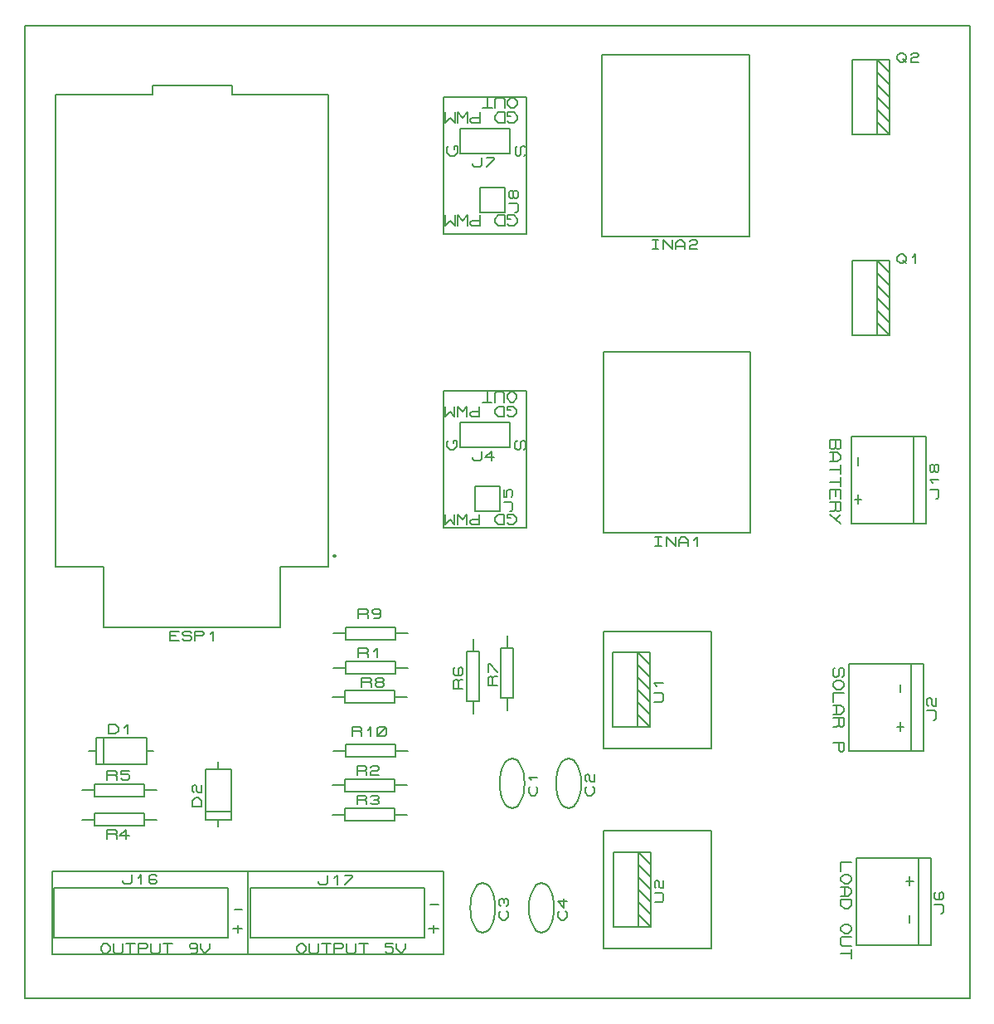
<source format=gbr>
G04 PROTEUS GERBER X2 FILE*
%TF.GenerationSoftware,Labcenter,Proteus,8.9-SP0-Build27865*%
%TF.CreationDate,2023-09-22T01:56:32+00:00*%
%TF.FileFunction,Legend,Top*%
%TF.FilePolarity,Positive*%
%TF.Part,Single*%
%TF.SameCoordinates,{f1bbcda0-0957-4744-b51b-1f7c2430d0f4}*%
%FSLAX45Y45*%
%MOMM*%
G01*
%TA.AperFunction,Material*%
%ADD71C,0.203200*%
%ADD20C,0.200000*%
%ADD21C,0.127000*%
%TA.AperFunction,Profile*%
%ADD70C,0.203200*%
%TD.AperFunction*%
D71*
X-10148652Y-7005348D02*
X-8370652Y-7005348D01*
X-8370652Y-6497348D01*
X-10148652Y-6497348D01*
X-10148652Y-7005348D01*
X-9450152Y-6426228D02*
X-9450152Y-6441468D01*
X-9434277Y-6456708D01*
X-9370777Y-6456708D01*
X-9354902Y-6441468D01*
X-9354902Y-6365268D01*
X-9291402Y-6395748D02*
X-9259652Y-6365268D01*
X-9259652Y-6456708D01*
X-9100902Y-6380508D02*
X-9116777Y-6365268D01*
X-9164402Y-6365268D01*
X-9180277Y-6380508D01*
X-9180277Y-6441468D01*
X-9164402Y-6456708D01*
X-9116777Y-6456708D01*
X-9100902Y-6441468D01*
X-9100902Y-6426228D01*
X-9116777Y-6410988D01*
X-9180277Y-6410988D01*
X-9671652Y-7099468D02*
X-9639902Y-7063908D01*
X-9608152Y-7063908D01*
X-9576402Y-7099468D01*
X-9576402Y-7135028D01*
X-9608152Y-7170588D01*
X-9639902Y-7170588D01*
X-9671652Y-7135028D01*
X-9671652Y-7099468D01*
X-9544652Y-7063908D02*
X-9544652Y-7152808D01*
X-9528777Y-7170588D01*
X-9465277Y-7170588D01*
X-9449402Y-7152808D01*
X-9449402Y-7063908D01*
X-9417652Y-7063908D02*
X-9322402Y-7063908D01*
X-9370027Y-7063908D02*
X-9370027Y-7170588D01*
X-9290652Y-7170588D02*
X-9290652Y-7063908D01*
X-9211277Y-7063908D01*
X-9195402Y-7081688D01*
X-9195402Y-7099468D01*
X-9211277Y-7117248D01*
X-9290652Y-7117248D01*
X-9163652Y-7063908D02*
X-9163652Y-7152808D01*
X-9147777Y-7170588D01*
X-9084277Y-7170588D01*
X-9068402Y-7152808D01*
X-9068402Y-7063908D01*
X-9036652Y-7063908D02*
X-8941402Y-7063908D01*
X-8989027Y-7063908D02*
X-8989027Y-7170588D01*
X-8687402Y-7099468D02*
X-8703277Y-7117248D01*
X-8750902Y-7117248D01*
X-8766777Y-7099468D01*
X-8766777Y-7081688D01*
X-8750902Y-7063908D01*
X-8703277Y-7063908D01*
X-8687402Y-7081688D01*
X-8687402Y-7152808D01*
X-8703277Y-7170588D01*
X-8750902Y-7170588D01*
X-8655652Y-7063908D02*
X-8655652Y-7117248D01*
X-8608027Y-7170588D01*
X-8560402Y-7117248D01*
X-8560402Y-7063908D01*
X-8321652Y-6917248D02*
X-8226402Y-6917248D01*
X-8274027Y-6881688D02*
X-8274027Y-6952808D01*
X-8305777Y-6717248D02*
X-8226402Y-6717248D01*
X-10171652Y-7178348D02*
X-8171652Y-7178348D01*
X-8171652Y-6328348D01*
X-10171652Y-6328348D01*
X-10171652Y-7178348D01*
X-7671652Y-7099468D02*
X-7639902Y-7063908D01*
X-7608152Y-7063908D01*
X-7576402Y-7099468D01*
X-7576402Y-7135028D01*
X-7608152Y-7170588D01*
X-7639902Y-7170588D01*
X-7671652Y-7135028D01*
X-7671652Y-7099468D01*
X-7544652Y-7063908D02*
X-7544652Y-7152808D01*
X-7528777Y-7170588D01*
X-7465277Y-7170588D01*
X-7449402Y-7152808D01*
X-7449402Y-7063908D01*
X-7417652Y-7063908D02*
X-7322402Y-7063908D01*
X-7370027Y-7063908D02*
X-7370027Y-7170588D01*
X-7290652Y-7170588D02*
X-7290652Y-7063908D01*
X-7211277Y-7063908D01*
X-7195402Y-7081688D01*
X-7195402Y-7099468D01*
X-7211277Y-7117248D01*
X-7290652Y-7117248D01*
X-7163652Y-7063908D02*
X-7163652Y-7152808D01*
X-7147777Y-7170588D01*
X-7084277Y-7170588D01*
X-7068402Y-7152808D01*
X-7068402Y-7063908D01*
X-7036652Y-7063908D02*
X-6941402Y-7063908D01*
X-6989027Y-7063908D02*
X-6989027Y-7170588D01*
X-6687402Y-7063908D02*
X-6766777Y-7063908D01*
X-6766777Y-7099468D01*
X-6703277Y-7099468D01*
X-6687402Y-7117248D01*
X-6687402Y-7152808D01*
X-6703277Y-7170588D01*
X-6750902Y-7170588D01*
X-6766777Y-7152808D01*
X-6655652Y-7063908D02*
X-6655652Y-7117248D01*
X-6608027Y-7170588D01*
X-6560402Y-7117248D01*
X-6560402Y-7063908D01*
X-6321652Y-6917248D02*
X-6226402Y-6917248D01*
X-6274027Y-6881688D02*
X-6274027Y-6952808D01*
X-6305777Y-6667248D02*
X-6226402Y-6667248D01*
X-8171652Y-7178348D02*
X-6171652Y-7178348D01*
X-6171652Y-6328348D01*
X-8171652Y-6328348D01*
X-8171652Y-7178348D01*
X-8148652Y-7009348D02*
X-6370652Y-7009348D01*
X-6370652Y-6501348D01*
X-8148652Y-6501348D01*
X-8148652Y-7009348D01*
X-7450152Y-6430228D02*
X-7450152Y-6445468D01*
X-7434277Y-6460708D01*
X-7370777Y-6460708D01*
X-7354902Y-6445468D01*
X-7354902Y-6369268D01*
X-7291402Y-6399748D02*
X-7259652Y-6369268D01*
X-7259652Y-6460708D01*
X-7180277Y-6369268D02*
X-7100902Y-6369268D01*
X-7100902Y-6384508D01*
X-7180277Y-6460708D01*
X-7294652Y-4251348D02*
X-7167652Y-4251348D01*
X-7167652Y-4314848D02*
X-6659652Y-4314848D01*
X-6659652Y-4187848D01*
X-7167652Y-4187848D01*
X-7167652Y-4314848D01*
X-6659652Y-4251348D02*
X-6532652Y-4251348D01*
X-7040652Y-4147208D02*
X-7040652Y-4055768D01*
X-6961277Y-4055768D01*
X-6945402Y-4071008D01*
X-6945402Y-4086248D01*
X-6961277Y-4101488D01*
X-7040652Y-4101488D01*
X-6961277Y-4101488D02*
X-6945402Y-4116728D01*
X-6945402Y-4147208D01*
X-6881902Y-4086248D02*
X-6850152Y-4055768D01*
X-6850152Y-4147208D01*
X-7310652Y-5451348D02*
X-7183652Y-5451348D01*
X-7183652Y-5514848D02*
X-6675652Y-5514848D01*
X-6675652Y-5387848D01*
X-7183652Y-5387848D01*
X-7183652Y-5514848D01*
X-6675652Y-5451348D02*
X-6548652Y-5451348D01*
X-7056652Y-5347208D02*
X-7056652Y-5255768D01*
X-6977277Y-5255768D01*
X-6961402Y-5271008D01*
X-6961402Y-5286248D01*
X-6977277Y-5301488D01*
X-7056652Y-5301488D01*
X-6977277Y-5301488D02*
X-6961402Y-5316728D01*
X-6961402Y-5347208D01*
X-6913777Y-5271008D02*
X-6897902Y-5255768D01*
X-6850277Y-5255768D01*
X-6834402Y-5271008D01*
X-6834402Y-5286248D01*
X-6850277Y-5301488D01*
X-6897902Y-5301488D01*
X-6913777Y-5316728D01*
X-6913777Y-5347208D01*
X-6834402Y-5347208D01*
X-6548652Y-5751348D02*
X-6675652Y-5751348D01*
X-7183652Y-5814848D02*
X-6675652Y-5814848D01*
X-6675652Y-5687848D01*
X-7183652Y-5687848D01*
X-7183652Y-5814848D01*
X-7183652Y-5751348D02*
X-7310652Y-5751348D01*
X-7056652Y-5646928D02*
X-7056652Y-5555488D01*
X-6977277Y-5555488D01*
X-6961402Y-5570728D01*
X-6961402Y-5585968D01*
X-6977277Y-5601208D01*
X-7056652Y-5601208D01*
X-6977277Y-5601208D02*
X-6961402Y-5616448D01*
X-6961402Y-5646928D01*
X-6913777Y-5570728D02*
X-6897902Y-5555488D01*
X-6850277Y-5555488D01*
X-6834402Y-5570728D01*
X-6834402Y-5585968D01*
X-6850277Y-5601208D01*
X-6834402Y-5616448D01*
X-6834402Y-5631688D01*
X-6850277Y-5646928D01*
X-6897902Y-5646928D01*
X-6913777Y-5631688D01*
X-6882027Y-5601208D02*
X-6850277Y-5601208D01*
X-9098652Y-5801348D02*
X-9225652Y-5801348D01*
X-9733652Y-5864848D02*
X-9225652Y-5864848D01*
X-9225652Y-5737848D01*
X-9733652Y-5737848D01*
X-9733652Y-5864848D01*
X-9733652Y-5801348D02*
X-9860652Y-5801348D01*
X-9606652Y-5996928D02*
X-9606652Y-5905488D01*
X-9527277Y-5905488D01*
X-9511402Y-5920728D01*
X-9511402Y-5935968D01*
X-9527277Y-5951208D01*
X-9606652Y-5951208D01*
X-9527277Y-5951208D02*
X-9511402Y-5966448D01*
X-9511402Y-5996928D01*
X-9384402Y-5966448D02*
X-9479652Y-5966448D01*
X-9416152Y-5905488D01*
X-9416152Y-5996928D01*
X-9860652Y-5501348D02*
X-9733652Y-5501348D01*
X-9733652Y-5564848D02*
X-9225652Y-5564848D01*
X-9225652Y-5437848D01*
X-9733652Y-5437848D01*
X-9733652Y-5564848D01*
X-9225652Y-5501348D02*
X-9098652Y-5501348D01*
X-9606652Y-5397208D02*
X-9606652Y-5305768D01*
X-9527277Y-5305768D01*
X-9511402Y-5321008D01*
X-9511402Y-5336248D01*
X-9527277Y-5351488D01*
X-9606652Y-5351488D01*
X-9527277Y-5351488D02*
X-9511402Y-5366728D01*
X-9511402Y-5397208D01*
X-9384402Y-5305768D02*
X-9463777Y-5305768D01*
X-9463777Y-5336248D01*
X-9400277Y-5336248D01*
X-9384402Y-5351488D01*
X-9384402Y-5381968D01*
X-9400277Y-5397208D01*
X-9447902Y-5397208D01*
X-9463777Y-5381968D01*
X-5871652Y-4724348D02*
X-5871652Y-4597348D01*
X-5935152Y-4597348D02*
X-5808152Y-4597348D01*
X-5808152Y-4089348D01*
X-5935152Y-4089348D01*
X-5935152Y-4597348D01*
X-5871652Y-4089348D02*
X-5871652Y-3962348D01*
X-5975792Y-4470348D02*
X-6067232Y-4470348D01*
X-6067232Y-4390973D01*
X-6051992Y-4375098D01*
X-6036752Y-4375098D01*
X-6021512Y-4390973D01*
X-6021512Y-4470348D01*
X-6021512Y-4390973D02*
X-6006272Y-4375098D01*
X-5975792Y-4375098D01*
X-6051992Y-4248098D02*
X-6067232Y-4263973D01*
X-6067232Y-4311598D01*
X-6051992Y-4327473D01*
X-5991032Y-4327473D01*
X-5975792Y-4311598D01*
X-5975792Y-4263973D01*
X-5991032Y-4248098D01*
X-6006272Y-4248098D01*
X-6021512Y-4263973D01*
X-6021512Y-4327473D01*
X-5521652Y-4690348D02*
X-5521652Y-4563348D01*
X-5585152Y-4563348D02*
X-5458152Y-4563348D01*
X-5458152Y-4055348D01*
X-5585152Y-4055348D01*
X-5585152Y-4563348D01*
X-5521652Y-4055348D02*
X-5521652Y-3928348D01*
X-5625792Y-4436348D02*
X-5717232Y-4436348D01*
X-5717232Y-4356973D01*
X-5701992Y-4341098D01*
X-5686752Y-4341098D01*
X-5671512Y-4356973D01*
X-5671512Y-4436348D01*
X-5671512Y-4356973D02*
X-5656272Y-4341098D01*
X-5625792Y-4341098D01*
X-5717232Y-4293473D02*
X-5717232Y-4214098D01*
X-5701992Y-4214098D01*
X-5625792Y-4293473D01*
X-6548652Y-4551348D02*
X-6675652Y-4551348D01*
X-7183652Y-4614848D02*
X-6675652Y-4614848D01*
X-6675652Y-4487848D01*
X-7183652Y-4487848D01*
X-7183652Y-4614848D01*
X-7183652Y-4551348D02*
X-7310652Y-4551348D01*
X-7006652Y-4446928D02*
X-7006652Y-4355488D01*
X-6927277Y-4355488D01*
X-6911402Y-4370728D01*
X-6911402Y-4385968D01*
X-6927277Y-4401208D01*
X-7006652Y-4401208D01*
X-6927277Y-4401208D02*
X-6911402Y-4416448D01*
X-6911402Y-4446928D01*
X-6847902Y-4401208D02*
X-6863777Y-4385968D01*
X-6863777Y-4370728D01*
X-6847902Y-4355488D01*
X-6800277Y-4355488D01*
X-6784402Y-4370728D01*
X-6784402Y-4385968D01*
X-6800277Y-4401208D01*
X-6847902Y-4401208D01*
X-6863777Y-4416448D01*
X-6863777Y-4431688D01*
X-6847902Y-4446928D01*
X-6800277Y-4446928D01*
X-6784402Y-4431688D01*
X-6784402Y-4416448D01*
X-6800277Y-4401208D01*
X-6532652Y-3901348D02*
X-6659652Y-3901348D01*
X-7167652Y-3964848D02*
X-6659652Y-3964848D01*
X-6659652Y-3837848D01*
X-7167652Y-3837848D01*
X-7167652Y-3964848D01*
X-7167652Y-3901348D02*
X-7294652Y-3901348D01*
X-7040652Y-3746928D02*
X-7040652Y-3655488D01*
X-6961277Y-3655488D01*
X-6945402Y-3670728D01*
X-6945402Y-3685968D01*
X-6961277Y-3701208D01*
X-7040652Y-3701208D01*
X-6961277Y-3701208D02*
X-6945402Y-3716448D01*
X-6945402Y-3746928D01*
X-6818402Y-3685968D02*
X-6834277Y-3701208D01*
X-6881902Y-3701208D01*
X-6897777Y-3685968D01*
X-6897777Y-3670728D01*
X-6881902Y-3655488D01*
X-6834277Y-3655488D01*
X-6818402Y-3670728D01*
X-6818402Y-3731688D01*
X-6834277Y-3746928D01*
X-6881902Y-3746928D01*
X-5471652Y-5178348D02*
X-5445776Y-5183428D01*
X-5421804Y-5198033D01*
X-5400214Y-5221210D01*
X-5381482Y-5252008D01*
X-5366083Y-5289473D01*
X-5354494Y-5332653D01*
X-5347192Y-5380596D01*
X-5344652Y-5432348D01*
X-5471652Y-5686348D02*
X-5445776Y-5681268D01*
X-5421804Y-5666663D01*
X-5400214Y-5643486D01*
X-5381482Y-5612688D01*
X-5366083Y-5575223D01*
X-5354494Y-5532043D01*
X-5347192Y-5484100D01*
X-5344652Y-5432348D01*
X-5471652Y-5178348D02*
X-5497528Y-5183428D01*
X-5521500Y-5198033D01*
X-5543090Y-5221210D01*
X-5561822Y-5252008D01*
X-5577221Y-5289473D01*
X-5588810Y-5332653D01*
X-5596112Y-5380596D01*
X-5598652Y-5432348D01*
X-5471652Y-5686348D02*
X-5497528Y-5681268D01*
X-5521500Y-5666663D01*
X-5543090Y-5643486D01*
X-5561822Y-5612688D01*
X-5577221Y-5575223D01*
X-5588810Y-5532043D01*
X-5596112Y-5484100D01*
X-5598652Y-5432348D01*
X-5227812Y-5464098D02*
X-5212572Y-5479973D01*
X-5212572Y-5527598D01*
X-5243052Y-5559348D01*
X-5273532Y-5559348D01*
X-5304012Y-5527598D01*
X-5304012Y-5479973D01*
X-5288772Y-5464098D01*
X-5273532Y-5400598D02*
X-5304012Y-5368848D01*
X-5212572Y-5368848D01*
X-4894652Y-5178348D02*
X-4868776Y-5183428D01*
X-4844804Y-5198033D01*
X-4823214Y-5221210D01*
X-4804482Y-5252008D01*
X-4789083Y-5289473D01*
X-4777494Y-5332653D01*
X-4770192Y-5380596D01*
X-4767652Y-5432348D01*
X-4894652Y-5686348D02*
X-4868776Y-5681268D01*
X-4844804Y-5666663D01*
X-4823214Y-5643486D01*
X-4804482Y-5612688D01*
X-4789083Y-5575223D01*
X-4777494Y-5532043D01*
X-4770192Y-5484100D01*
X-4767652Y-5432348D01*
X-4894652Y-5178348D02*
X-4920528Y-5183428D01*
X-4944500Y-5198033D01*
X-4966090Y-5221210D01*
X-4984822Y-5252008D01*
X-5000221Y-5289473D01*
X-5011810Y-5332653D01*
X-5019112Y-5380596D01*
X-5021652Y-5432348D01*
X-4894652Y-5686348D02*
X-4920528Y-5681268D01*
X-4944500Y-5666663D01*
X-4966090Y-5643486D01*
X-4984822Y-5612688D01*
X-5000221Y-5575223D01*
X-5011810Y-5532043D01*
X-5019112Y-5484100D01*
X-5021652Y-5432348D01*
X-4650812Y-5464098D02*
X-4635572Y-5479973D01*
X-4635572Y-5527598D01*
X-4666052Y-5559348D01*
X-4696532Y-5559348D01*
X-4727012Y-5527598D01*
X-4727012Y-5479973D01*
X-4711772Y-5464098D01*
X-4711772Y-5416473D02*
X-4727012Y-5400598D01*
X-4727012Y-5352973D01*
X-4711772Y-5337098D01*
X-4696532Y-5337098D01*
X-4681292Y-5352973D01*
X-4681292Y-5400598D01*
X-4666052Y-5416473D01*
X-4635572Y-5416473D01*
X-4635572Y-5337098D01*
X-5771652Y-6447348D02*
X-5745776Y-6452428D01*
X-5721804Y-6467033D01*
X-5700214Y-6490210D01*
X-5681482Y-6521008D01*
X-5666083Y-6558473D01*
X-5654494Y-6601653D01*
X-5647192Y-6649596D01*
X-5644652Y-6701348D01*
X-5771652Y-6955348D02*
X-5745776Y-6950268D01*
X-5721804Y-6935663D01*
X-5700214Y-6912486D01*
X-5681482Y-6881688D01*
X-5666083Y-6844223D01*
X-5654494Y-6801043D01*
X-5647192Y-6753100D01*
X-5644652Y-6701348D01*
X-5771652Y-6447348D02*
X-5797528Y-6452428D01*
X-5821500Y-6467033D01*
X-5843090Y-6490210D01*
X-5861822Y-6521008D01*
X-5877221Y-6558473D01*
X-5888810Y-6601653D01*
X-5896112Y-6649596D01*
X-5898652Y-6701348D01*
X-5771652Y-6955348D02*
X-5797528Y-6950268D01*
X-5821500Y-6935663D01*
X-5843090Y-6912486D01*
X-5861822Y-6881688D01*
X-5877221Y-6844223D01*
X-5888810Y-6801043D01*
X-5896112Y-6753100D01*
X-5898652Y-6701348D01*
X-5527812Y-6733098D02*
X-5512572Y-6748973D01*
X-5512572Y-6796598D01*
X-5543052Y-6828348D01*
X-5573532Y-6828348D01*
X-5604012Y-6796598D01*
X-5604012Y-6748973D01*
X-5588772Y-6733098D01*
X-5588772Y-6685473D02*
X-5604012Y-6669598D01*
X-5604012Y-6621973D01*
X-5588772Y-6606098D01*
X-5573532Y-6606098D01*
X-5558292Y-6621973D01*
X-5543052Y-6606098D01*
X-5527812Y-6606098D01*
X-5512572Y-6621973D01*
X-5512572Y-6669598D01*
X-5527812Y-6685473D01*
X-5558292Y-6653723D02*
X-5558292Y-6621973D01*
X-5171652Y-6447348D02*
X-5145776Y-6452428D01*
X-5121804Y-6467033D01*
X-5100214Y-6490210D01*
X-5081482Y-6521008D01*
X-5066083Y-6558473D01*
X-5054494Y-6601653D01*
X-5047192Y-6649596D01*
X-5044652Y-6701348D01*
X-5171652Y-6955348D02*
X-5145776Y-6950268D01*
X-5121804Y-6935663D01*
X-5100214Y-6912486D01*
X-5081482Y-6881688D01*
X-5066083Y-6844223D01*
X-5054494Y-6801043D01*
X-5047192Y-6753100D01*
X-5044652Y-6701348D01*
X-5171652Y-6447348D02*
X-5197528Y-6452428D01*
X-5221500Y-6467033D01*
X-5243090Y-6490210D01*
X-5261822Y-6521008D01*
X-5277221Y-6558473D01*
X-5288810Y-6601653D01*
X-5296112Y-6649596D01*
X-5298652Y-6701348D01*
X-5171652Y-6955348D02*
X-5197528Y-6950268D01*
X-5221500Y-6935663D01*
X-5243090Y-6912486D01*
X-5261822Y-6881688D01*
X-5277221Y-6844223D01*
X-5288810Y-6801043D01*
X-5296112Y-6753100D01*
X-5298652Y-6701348D01*
X-4927812Y-6733098D02*
X-4912572Y-6748973D01*
X-4912572Y-6796598D01*
X-4943052Y-6828348D01*
X-4973532Y-6828348D01*
X-5004012Y-6796598D01*
X-5004012Y-6748973D01*
X-4988772Y-6733098D01*
X-4943052Y-6606098D02*
X-4943052Y-6701348D01*
X-5004012Y-6637848D01*
X-4912572Y-6637848D01*
X-9722732Y-5233428D02*
X-9204572Y-5233428D01*
X-9204572Y-4966728D01*
X-9722732Y-4966728D01*
X-9722732Y-5233428D01*
X-9641452Y-4969268D02*
X-9641452Y-5230888D01*
X-9793852Y-5101348D02*
X-9722732Y-5101348D01*
X-9204572Y-5101348D02*
X-9133452Y-5101348D01*
X-9590652Y-4926088D02*
X-9590652Y-4834648D01*
X-9527152Y-4834648D01*
X-9495402Y-4865128D01*
X-9495402Y-4895608D01*
X-9527152Y-4926088D01*
X-9590652Y-4926088D01*
X-9431902Y-4865128D02*
X-9400152Y-4834648D01*
X-9400152Y-4926088D01*
X-8606272Y-5802428D02*
X-8339572Y-5802428D01*
X-8339572Y-5284268D01*
X-8606272Y-5284268D01*
X-8606272Y-5802428D01*
X-8603732Y-5721148D02*
X-8342112Y-5721148D01*
X-8471652Y-5873548D02*
X-8471652Y-5802428D01*
X-8471652Y-5284268D02*
X-8471652Y-5213148D01*
X-8646912Y-5670348D02*
X-8738352Y-5670348D01*
X-8738352Y-5606848D01*
X-8707872Y-5575098D01*
X-8677392Y-5575098D01*
X-8646912Y-5606848D01*
X-8646912Y-5670348D01*
X-8723112Y-5527473D02*
X-8738352Y-5511598D01*
X-8738352Y-5463973D01*
X-8723112Y-5448098D01*
X-8707872Y-5448098D01*
X-8692632Y-5463973D01*
X-8692632Y-5511598D01*
X-8677392Y-5527473D01*
X-8646912Y-5527473D01*
X-8646912Y-5448098D01*
X-5852652Y-2655348D02*
X-5598652Y-2655348D01*
X-5598652Y-2401348D01*
X-5852652Y-2401348D01*
X-5852652Y-2655348D01*
X-5497052Y-2655348D02*
X-5481812Y-2655348D01*
X-5466572Y-2639473D01*
X-5466572Y-2575973D01*
X-5481812Y-2560098D01*
X-5558012Y-2560098D01*
X-5558012Y-2433098D02*
X-5558012Y-2512473D01*
X-5527532Y-2512473D01*
X-5527532Y-2448973D01*
X-5512292Y-2433098D01*
X-5481812Y-2433098D01*
X-5466572Y-2448973D01*
X-5466572Y-2496598D01*
X-5481812Y-2512473D01*
X-6002652Y-2005348D02*
X-5494652Y-2005348D01*
X-5494652Y-1751348D01*
X-6002652Y-1751348D01*
X-6002652Y-2005348D01*
X-5875652Y-2106948D02*
X-5875652Y-2122188D01*
X-5859777Y-2137428D01*
X-5796277Y-2137428D01*
X-5780402Y-2122188D01*
X-5780402Y-2045988D01*
X-5653402Y-2106948D02*
X-5748652Y-2106948D01*
X-5685152Y-2045988D01*
X-5685152Y-2137428D01*
X-5489152Y-2721668D02*
X-5520902Y-2721668D01*
X-5520902Y-2686108D01*
X-5457402Y-2686108D01*
X-5425652Y-2721668D01*
X-5425652Y-2757228D01*
X-5457402Y-2792788D01*
X-5505027Y-2792788D01*
X-5520902Y-2775008D01*
X-5552652Y-2686108D02*
X-5552652Y-2792788D01*
X-5616152Y-2792788D01*
X-5647902Y-2757228D01*
X-5647902Y-2721668D01*
X-5616152Y-2686108D01*
X-5552652Y-2686108D01*
X-5806652Y-2686108D02*
X-5806652Y-2792788D01*
X-5886027Y-2792788D01*
X-5901902Y-2775008D01*
X-5901902Y-2757228D01*
X-5886027Y-2739448D01*
X-5806652Y-2739448D01*
X-5933652Y-2792788D02*
X-5933652Y-2686108D01*
X-5981277Y-2739448D01*
X-6028902Y-2686108D01*
X-6028902Y-2792788D01*
X-6060652Y-2686108D02*
X-6060652Y-2792788D01*
X-6108277Y-2739448D01*
X-6155902Y-2792788D01*
X-6155902Y-2686108D01*
X-5425652Y-1507228D02*
X-5457402Y-1542788D01*
X-5489152Y-1542788D01*
X-5520902Y-1507228D01*
X-5520902Y-1471668D01*
X-5489152Y-1436108D01*
X-5457402Y-1436108D01*
X-5425652Y-1471668D01*
X-5425652Y-1507228D01*
X-5552652Y-1542788D02*
X-5552652Y-1453888D01*
X-5568527Y-1436108D01*
X-5632027Y-1436108D01*
X-5647902Y-1453888D01*
X-5647902Y-1542788D01*
X-5679652Y-1542788D02*
X-5774902Y-1542788D01*
X-5727277Y-1542788D02*
X-5727277Y-1436108D01*
X-5489152Y-1621668D02*
X-5520902Y-1621668D01*
X-5520902Y-1586108D01*
X-5457402Y-1586108D01*
X-5425652Y-1621668D01*
X-5425652Y-1657228D01*
X-5457402Y-1692788D01*
X-5505027Y-1692788D01*
X-5520902Y-1675008D01*
X-5552652Y-1586108D02*
X-5552652Y-1692788D01*
X-5616152Y-1692788D01*
X-5647902Y-1657228D01*
X-5647902Y-1621668D01*
X-5616152Y-1586108D01*
X-5552652Y-1586108D01*
X-5806652Y-1586108D02*
X-5806652Y-1692788D01*
X-5886027Y-1692788D01*
X-5901902Y-1675008D01*
X-5901902Y-1657228D01*
X-5886027Y-1639448D01*
X-5806652Y-1639448D01*
X-5933652Y-1692788D02*
X-5933652Y-1586108D01*
X-5981277Y-1639448D01*
X-6028902Y-1586108D01*
X-6028902Y-1692788D01*
X-6060652Y-1586108D02*
X-6060652Y-1692788D01*
X-6108277Y-1639448D01*
X-6155902Y-1692788D01*
X-6155902Y-1586108D01*
X-6175652Y-2828348D02*
X-5325652Y-2828348D01*
X-5325652Y-1428348D01*
X-6175652Y-1428348D01*
X-6175652Y-2828348D01*
X-6532652Y-5101348D02*
X-6659652Y-5101348D01*
X-7167652Y-5164848D02*
X-6659652Y-5164848D01*
X-6659652Y-5037848D01*
X-7167652Y-5037848D01*
X-7167652Y-5164848D01*
X-7167652Y-5101348D02*
X-7294652Y-5101348D01*
X-7104152Y-4946928D02*
X-7104152Y-4855488D01*
X-7024777Y-4855488D01*
X-7008902Y-4870728D01*
X-7008902Y-4885968D01*
X-7024777Y-4901208D01*
X-7104152Y-4901208D01*
X-7024777Y-4901208D02*
X-7008902Y-4916448D01*
X-7008902Y-4946928D01*
X-6945402Y-4885968D02*
X-6913652Y-4855488D01*
X-6913652Y-4946928D01*
X-6850152Y-4931688D02*
X-6850152Y-4870728D01*
X-6834277Y-4855488D01*
X-6770777Y-4855488D01*
X-6754902Y-4870728D01*
X-6754902Y-4931688D01*
X-6770777Y-4946928D01*
X-6834277Y-4946928D01*
X-6850152Y-4931688D01*
X-6850152Y-4946928D02*
X-6754902Y-4855488D01*
X-5485152Y+328332D02*
X-5516902Y+328332D01*
X-5516902Y+363892D01*
X-5453402Y+363892D01*
X-5421652Y+328332D01*
X-5421652Y+292772D01*
X-5453402Y+257212D01*
X-5501027Y+257212D01*
X-5516902Y+274992D01*
X-5548652Y+363892D02*
X-5548652Y+257212D01*
X-5612152Y+257212D01*
X-5643902Y+292772D01*
X-5643902Y+328332D01*
X-5612152Y+363892D01*
X-5548652Y+363892D01*
X-5802652Y+363892D02*
X-5802652Y+257212D01*
X-5882027Y+257212D01*
X-5897902Y+274992D01*
X-5897902Y+292772D01*
X-5882027Y+310552D01*
X-5802652Y+310552D01*
X-5929652Y+257212D02*
X-5929652Y+363892D01*
X-5977277Y+310552D01*
X-6024902Y+363892D01*
X-6024902Y+257212D01*
X-6056652Y+363892D02*
X-6056652Y+257212D01*
X-6104277Y+310552D01*
X-6151902Y+257212D01*
X-6151902Y+363892D01*
X-5421652Y+1492772D02*
X-5453402Y+1457212D01*
X-5485152Y+1457212D01*
X-5516902Y+1492772D01*
X-5516902Y+1528332D01*
X-5485152Y+1563892D01*
X-5453402Y+1563892D01*
X-5421652Y+1528332D01*
X-5421652Y+1492772D01*
X-5548652Y+1457212D02*
X-5548652Y+1546112D01*
X-5564527Y+1563892D01*
X-5628027Y+1563892D01*
X-5643902Y+1546112D01*
X-5643902Y+1457212D01*
X-5675652Y+1457212D02*
X-5770902Y+1457212D01*
X-5723277Y+1457212D02*
X-5723277Y+1563892D01*
X-5485152Y+1378332D02*
X-5516902Y+1378332D01*
X-5516902Y+1413892D01*
X-5453402Y+1413892D01*
X-5421652Y+1378332D01*
X-5421652Y+1342772D01*
X-5453402Y+1307212D01*
X-5501027Y+1307212D01*
X-5516902Y+1324992D01*
X-5548652Y+1413892D02*
X-5548652Y+1307212D01*
X-5612152Y+1307212D01*
X-5643902Y+1342772D01*
X-5643902Y+1378332D01*
X-5612152Y+1413892D01*
X-5548652Y+1413892D01*
X-5802652Y+1413892D02*
X-5802652Y+1307212D01*
X-5882027Y+1307212D01*
X-5897902Y+1324992D01*
X-5897902Y+1342772D01*
X-5882027Y+1360552D01*
X-5802652Y+1360552D01*
X-5929652Y+1307212D02*
X-5929652Y+1413892D01*
X-5977277Y+1360552D01*
X-6024902Y+1413892D01*
X-6024902Y+1307212D01*
X-6056652Y+1413892D02*
X-6056652Y+1307212D01*
X-6104277Y+1360552D01*
X-6151902Y+1307212D01*
X-6151902Y+1413892D01*
X-6171652Y+171652D02*
X-5321652Y+171652D01*
X-5321652Y+1571652D01*
X-6171652Y+1571652D01*
X-6171652Y+171652D01*
X-5798652Y+394652D02*
X-5544652Y+394652D01*
X-5544652Y+648652D01*
X-5798652Y+648652D01*
X-5798652Y+394652D01*
X-5443052Y+394652D02*
X-5427812Y+394652D01*
X-5412572Y+410527D01*
X-5412572Y+474027D01*
X-5427812Y+489902D01*
X-5504012Y+489902D01*
X-5458292Y+553402D02*
X-5473532Y+537527D01*
X-5488772Y+537527D01*
X-5504012Y+553402D01*
X-5504012Y+601027D01*
X-5488772Y+616902D01*
X-5473532Y+616902D01*
X-5458292Y+601027D01*
X-5458292Y+553402D01*
X-5443052Y+537527D01*
X-5427812Y+537527D01*
X-5412572Y+553402D01*
X-5412572Y+601027D01*
X-5427812Y+616902D01*
X-5443052Y+616902D01*
X-5458292Y+601027D01*
X-6002652Y+994652D02*
X-5494652Y+994652D01*
X-5494652Y+1248652D01*
X-6002652Y+1248652D01*
X-6002652Y+994652D01*
X-5875652Y+893052D02*
X-5875652Y+877812D01*
X-5859777Y+862572D01*
X-5796277Y+862572D01*
X-5780402Y+877812D01*
X-5780402Y+954012D01*
X-5732777Y+954012D02*
X-5653402Y+954012D01*
X-5653402Y+938772D01*
X-5732777Y+862572D01*
X-6068972Y-1964848D02*
X-6068972Y-1933098D01*
X-6033412Y-1933098D01*
X-6033412Y-1996598D01*
X-6068972Y-2028348D01*
X-6104532Y-2028348D01*
X-6140092Y-1996598D01*
X-6140092Y-1948973D01*
X-6122312Y-1933098D01*
X-6064972Y+1035152D02*
X-6064972Y+1066902D01*
X-6029412Y+1066902D01*
X-6029412Y+1003402D01*
X-6064972Y+971652D01*
X-6100532Y+971652D01*
X-6136092Y+1003402D01*
X-6136092Y+1051027D01*
X-6118312Y+1066902D01*
X-5351192Y-2028348D02*
X-5333412Y-2012473D01*
X-5333412Y-1948973D01*
X-5351192Y-1933098D01*
X-5368972Y-1933098D01*
X-5386752Y-1948973D01*
X-5386752Y-2012473D01*
X-5404532Y-2028348D01*
X-5422312Y-2028348D01*
X-5440092Y-2012473D01*
X-5440092Y-1948973D01*
X-5422312Y-1933098D01*
X-5347192Y+971652D02*
X-5329412Y+987527D01*
X-5329412Y+1051027D01*
X-5347192Y+1066902D01*
X-5364972Y+1066902D01*
X-5382752Y+1051027D01*
X-5382752Y+987527D01*
X-5400532Y+971652D01*
X-5418312Y+971652D01*
X-5436092Y+987527D01*
X-5436092Y+1051027D01*
X-5418312Y+1066902D01*
X-4438652Y-6899348D02*
X-4184652Y-6899348D01*
X-4184652Y-6137348D01*
X-4438652Y-6137348D01*
X-4438652Y-6899348D01*
X-4184652Y-6137348D02*
X-4057652Y-6137348D01*
X-4057652Y-6899348D01*
X-4184652Y-6899348D01*
X-4184652Y-6137348D02*
X-4057652Y-6264348D01*
X-4184652Y-6264348D02*
X-4057652Y-6391348D01*
X-4184652Y-6391348D02*
X-4057652Y-6518348D01*
X-4184652Y-6518348D02*
X-4057652Y-6645348D01*
X-4184652Y-6645348D02*
X-4057652Y-6772348D01*
X-4184652Y-6772348D02*
X-4057652Y-6899348D01*
X-4017012Y-6645348D02*
X-3940812Y-6645348D01*
X-3925572Y-6629473D01*
X-3925572Y-6565973D01*
X-3940812Y-6550098D01*
X-4017012Y-6550098D01*
X-4001772Y-6502473D02*
X-4017012Y-6486598D01*
X-4017012Y-6438973D01*
X-4001772Y-6423098D01*
X-3986532Y-6423098D01*
X-3971292Y-6438973D01*
X-3971292Y-6486598D01*
X-3956052Y-6502473D01*
X-3925572Y-6502473D01*
X-3925572Y-6423098D01*
X-4444652Y-4855348D02*
X-4190652Y-4855348D01*
X-4190652Y-4093348D01*
X-4444652Y-4093348D01*
X-4444652Y-4855348D01*
X-4190652Y-4093348D02*
X-4063652Y-4093348D01*
X-4063652Y-4855348D01*
X-4190652Y-4855348D01*
X-4190652Y-4093348D02*
X-4063652Y-4220348D01*
X-4190652Y-4220348D02*
X-4063652Y-4347348D01*
X-4190652Y-4347348D02*
X-4063652Y-4474348D01*
X-4190652Y-4474348D02*
X-4063652Y-4601348D01*
X-4190652Y-4601348D02*
X-4063652Y-4728348D01*
X-4190652Y-4728348D02*
X-4063652Y-4855348D01*
X-4023012Y-4601348D02*
X-3946812Y-4601348D01*
X-3931572Y-4585473D01*
X-3931572Y-4521973D01*
X-3946812Y-4506098D01*
X-4023012Y-4506098D01*
X-3992532Y-4442598D02*
X-4023012Y-4410848D01*
X-3931572Y-4410848D01*
X-4534652Y-7114348D02*
X-3434652Y-7114348D01*
X-3434652Y-5914348D01*
X-4534652Y-5914348D01*
X-4534652Y-7114348D01*
X-4540652Y-5078348D02*
X-3440652Y-5078348D01*
X-3440652Y-3878348D01*
X-4540652Y-3878348D01*
X-4540652Y-5078348D01*
X-1998652Y-863348D02*
X-1744652Y-863348D01*
X-1744652Y-101348D01*
X-1998652Y-101348D01*
X-1998652Y-863348D01*
X-1744652Y-101348D02*
X-1617652Y-101348D01*
X-1617652Y-863348D01*
X-1744652Y-863348D01*
X-1744652Y-101348D02*
X-1617652Y-228348D01*
X-1744652Y-228348D02*
X-1617652Y-355348D01*
X-1744652Y-355348D02*
X-1617652Y-482348D01*
X-1744652Y-482348D02*
X-1617652Y-609348D01*
X-1744652Y-609348D02*
X-1617652Y-736348D01*
X-1744652Y-736348D02*
X-1617652Y-863348D01*
X-1542087Y-63248D02*
X-1510337Y-32768D01*
X-1478587Y-32768D01*
X-1446837Y-63248D01*
X-1446837Y-93728D01*
X-1478587Y-124208D01*
X-1510337Y-124208D01*
X-1542087Y-93728D01*
X-1542087Y-63248D01*
X-1478587Y-93728D02*
X-1446837Y-124208D01*
X-1383337Y-63248D02*
X-1351587Y-32768D01*
X-1351587Y-124208D01*
X-1998652Y+1190652D02*
X-1744652Y+1190652D01*
X-1744652Y+1952652D01*
X-1998652Y+1952652D01*
X-1998652Y+1190652D01*
X-1744652Y+1952652D02*
X-1617652Y+1952652D01*
X-1617652Y+1190652D01*
X-1744652Y+1190652D01*
X-1744652Y+1952652D02*
X-1617652Y+1825652D01*
X-1744652Y+1825652D02*
X-1617652Y+1698652D01*
X-1744652Y+1698652D02*
X-1617652Y+1571652D01*
X-1744652Y+1571652D02*
X-1617652Y+1444652D01*
X-1744652Y+1444652D02*
X-1617652Y+1317652D01*
X-1744652Y+1317652D02*
X-1617652Y+1190652D01*
X-1542087Y+1990752D02*
X-1510337Y+2021232D01*
X-1478587Y+2021232D01*
X-1446837Y+1990752D01*
X-1446837Y+1960272D01*
X-1478587Y+1929792D01*
X-1510337Y+1929792D01*
X-1542087Y+1960272D01*
X-1542087Y+1990752D01*
X-1478587Y+1960272D02*
X-1446837Y+1929792D01*
X-1399212Y+2005992D02*
X-1383337Y+2021232D01*
X-1335712Y+2021232D01*
X-1319837Y+2005992D01*
X-1319837Y+1990752D01*
X-1335712Y+1975512D01*
X-1383337Y+1975512D01*
X-1399212Y+1960272D01*
X-1399212Y+1929792D01*
X-1319837Y+1929792D01*
X-2035552Y-5102928D02*
X-1273552Y-5102928D01*
X-1273552Y-4213928D01*
X-2035552Y-4213928D01*
X-2035552Y-5102928D01*
X-1400552Y-4213928D02*
X-1400552Y-5102928D01*
X-1171952Y-4785428D02*
X-1156712Y-4785428D01*
X-1141472Y-4769553D01*
X-1141472Y-4706053D01*
X-1156712Y-4690178D01*
X-1232912Y-4690178D01*
X-1217672Y-4642553D02*
X-1232912Y-4626678D01*
X-1232912Y-4579053D01*
X-1217672Y-4563178D01*
X-1202432Y-4563178D01*
X-1187192Y-4579053D01*
X-1187192Y-4626678D01*
X-1171952Y-4642553D01*
X-1141472Y-4642553D01*
X-1141472Y-4563178D01*
X-1958672Y-7079808D02*
X-1196672Y-7079808D01*
X-1196672Y-6190808D01*
X-1958672Y-6190808D01*
X-1958672Y-7079808D01*
X-1323672Y-6190808D02*
X-1323672Y-7079808D01*
X-1095072Y-6762308D02*
X-1079832Y-6762308D01*
X-1064592Y-6746433D01*
X-1064592Y-6682933D01*
X-1079832Y-6667058D01*
X-1156032Y-6667058D01*
X-1140792Y-6540058D02*
X-1156032Y-6555933D01*
X-1156032Y-6603558D01*
X-1140792Y-6619433D01*
X-1079832Y-6619433D01*
X-1064592Y-6603558D01*
X-1064592Y-6555933D01*
X-1079832Y-6540058D01*
X-1095072Y-6540058D01*
X-1110312Y-6555933D01*
X-1110312Y-6619433D01*
X-2008672Y-2779808D02*
X-1246672Y-2779808D01*
X-1246672Y-1890808D01*
X-2008672Y-1890808D01*
X-2008672Y-2779808D01*
X-1373672Y-1890808D02*
X-1373672Y-2779808D01*
X-1145072Y-2525808D02*
X-1129832Y-2525808D01*
X-1114592Y-2509933D01*
X-1114592Y-2446433D01*
X-1129832Y-2430558D01*
X-1206032Y-2430558D01*
X-1175552Y-2367058D02*
X-1206032Y-2335308D01*
X-1114592Y-2335308D01*
X-1160312Y-2240058D02*
X-1175552Y-2255933D01*
X-1190792Y-2255933D01*
X-1206032Y-2240058D01*
X-1206032Y-2192433D01*
X-1190792Y-2176558D01*
X-1175552Y-2176558D01*
X-1160312Y-2192433D01*
X-1160312Y-2240058D01*
X-1145072Y-2255933D01*
X-1129832Y-2255933D01*
X-1114592Y-2240058D01*
X-1114592Y-2192433D01*
X-1129832Y-2176558D01*
X-1145072Y-2176558D01*
X-1160312Y-2192433D01*
X-2172992Y-4251468D02*
X-2190772Y-4267343D01*
X-2190772Y-4330843D01*
X-2172992Y-4346718D01*
X-2155212Y-4346718D01*
X-2137432Y-4330843D01*
X-2137432Y-4267343D01*
X-2119652Y-4251468D01*
X-2101872Y-4251468D01*
X-2084092Y-4267343D01*
X-2084092Y-4330843D01*
X-2101872Y-4346718D01*
X-2119652Y-4378468D02*
X-2084092Y-4410218D01*
X-2084092Y-4441968D01*
X-2119652Y-4473718D01*
X-2155212Y-4473718D01*
X-2190772Y-4441968D01*
X-2190772Y-4410218D01*
X-2155212Y-4378468D01*
X-2119652Y-4378468D01*
X-2084092Y-4505468D02*
X-2190772Y-4505468D01*
X-2190772Y-4600718D01*
X-2190772Y-4632468D02*
X-2119652Y-4632468D01*
X-2084092Y-4664218D01*
X-2084092Y-4695968D01*
X-2119652Y-4727718D01*
X-2190772Y-4727718D01*
X-2155212Y-4632468D02*
X-2155212Y-4727718D01*
X-2190772Y-4759468D02*
X-2084092Y-4759468D01*
X-2084092Y-4838843D01*
X-2101872Y-4854718D01*
X-2119652Y-4854718D01*
X-2137432Y-4838843D01*
X-2137432Y-4759468D01*
X-2137432Y-4838843D02*
X-2155212Y-4854718D01*
X-2190772Y-4854718D01*
X-2190772Y-5013468D02*
X-2084092Y-5013468D01*
X-2084092Y-5092843D01*
X-2101872Y-5108718D01*
X-2119652Y-5108718D01*
X-2137432Y-5092843D01*
X-2137432Y-5013468D01*
X-1509632Y-4901468D02*
X-1509632Y-4806218D01*
X-1545192Y-4853843D02*
X-1474072Y-4853843D01*
X-1509632Y-4504593D02*
X-1509632Y-4425218D01*
X-2224955Y-1928800D02*
X-2118275Y-1928800D01*
X-2118275Y-2008175D01*
X-2136055Y-2024050D01*
X-2153835Y-2024050D01*
X-2171615Y-2008175D01*
X-2189395Y-2024050D01*
X-2207175Y-2024050D01*
X-2224955Y-2008175D01*
X-2224955Y-1928800D01*
X-2171615Y-1928800D02*
X-2171615Y-2008175D01*
X-2224955Y-2055800D02*
X-2153835Y-2055800D01*
X-2118275Y-2087550D01*
X-2118275Y-2119300D01*
X-2153835Y-2151050D01*
X-2224955Y-2151050D01*
X-2189395Y-2055800D02*
X-2189395Y-2151050D01*
X-2118275Y-2182800D02*
X-2118275Y-2278050D01*
X-2118275Y-2230425D02*
X-2224955Y-2230425D01*
X-2118275Y-2309800D02*
X-2118275Y-2405050D01*
X-2118275Y-2357425D02*
X-2224955Y-2357425D01*
X-2224955Y-2532050D02*
X-2224955Y-2436800D01*
X-2118275Y-2436800D01*
X-2118275Y-2532050D01*
X-2171615Y-2436800D02*
X-2171615Y-2500300D01*
X-2224955Y-2563800D02*
X-2118275Y-2563800D01*
X-2118275Y-2643175D01*
X-2136055Y-2659050D01*
X-2153835Y-2659050D01*
X-2171615Y-2643175D01*
X-2171615Y-2563800D01*
X-2171615Y-2643175D02*
X-2189395Y-2659050D01*
X-2224955Y-2659050D01*
X-2118275Y-2786050D02*
X-2224955Y-2690800D01*
X-2118275Y-2690800D02*
X-2171615Y-2738425D01*
X-1940272Y-2582108D02*
X-1940272Y-2486858D01*
X-1975832Y-2534483D02*
X-1904712Y-2534483D01*
X-1940272Y-2185233D02*
X-1940272Y-2105858D01*
X-1410552Y-6382108D02*
X-1410552Y-6477358D01*
X-1374992Y-6429733D02*
X-1446112Y-6429733D01*
X-1410552Y-6778983D02*
X-1410552Y-6858358D01*
X-2007212Y-6232108D02*
X-2113892Y-6232108D01*
X-2113892Y-6327358D01*
X-2042772Y-6359108D02*
X-2007212Y-6390858D01*
X-2007212Y-6422608D01*
X-2042772Y-6454358D01*
X-2078332Y-6454358D01*
X-2113892Y-6422608D01*
X-2113892Y-6390858D01*
X-2078332Y-6359108D01*
X-2042772Y-6359108D01*
X-2113892Y-6486108D02*
X-2042772Y-6486108D01*
X-2007212Y-6517858D01*
X-2007212Y-6549608D01*
X-2042772Y-6581358D01*
X-2113892Y-6581358D01*
X-2078332Y-6486108D02*
X-2078332Y-6581358D01*
X-2113892Y-6613108D02*
X-2007212Y-6613108D01*
X-2007212Y-6676608D01*
X-2042772Y-6708358D01*
X-2078332Y-6708358D01*
X-2113892Y-6676608D01*
X-2113892Y-6613108D01*
X-2042772Y-6867108D02*
X-2007212Y-6898858D01*
X-2007212Y-6930608D01*
X-2042772Y-6962358D01*
X-2078332Y-6962358D01*
X-2113892Y-6930608D01*
X-2113892Y-6898858D01*
X-2078332Y-6867108D01*
X-2042772Y-6867108D01*
X-2007212Y-6994108D02*
X-2096112Y-6994108D01*
X-2113892Y-7009983D01*
X-2113892Y-7073483D01*
X-2096112Y-7089358D01*
X-2007212Y-7089358D01*
X-2007212Y-7121108D02*
X-2007212Y-7216358D01*
X-2007212Y-7168733D02*
X-2113892Y-7168733D01*
D20*
X-7274652Y-3110348D02*
X-7274687Y-3109517D01*
X-7274968Y-3107853D01*
X-7275558Y-3106189D01*
X-7276522Y-3104525D01*
X-7277997Y-3102884D01*
X-7279661Y-3101683D01*
X-7281325Y-3100918D01*
X-7282989Y-3100487D01*
X-7284652Y-3100348D01*
X-7294652Y-3110348D02*
X-7294617Y-3109517D01*
X-7294336Y-3107853D01*
X-7293746Y-3106189D01*
X-7292782Y-3104525D01*
X-7291307Y-3102884D01*
X-7289643Y-3101683D01*
X-7287979Y-3100918D01*
X-7286315Y-3100487D01*
X-7284652Y-3100348D01*
X-7294652Y-3110348D02*
X-7294617Y-3111179D01*
X-7294336Y-3112843D01*
X-7293746Y-3114507D01*
X-7292782Y-3116171D01*
X-7291307Y-3117812D01*
X-7289643Y-3119013D01*
X-7287979Y-3119778D01*
X-7286315Y-3120209D01*
X-7284652Y-3120348D01*
X-7274652Y-3110348D02*
X-7274687Y-3111179D01*
X-7274968Y-3112843D01*
X-7275558Y-3114507D01*
X-7276522Y-3116171D01*
X-7277997Y-3117812D01*
X-7279661Y-3119013D01*
X-7281325Y-3119778D01*
X-7282989Y-3120209D01*
X-7284652Y-3120348D01*
D21*
X-7346652Y-3223348D02*
X-7346652Y+1596652D01*
X-10136652Y+1596652D02*
X-10136652Y-3223348D01*
X-9641652Y-3223348D01*
X-7841652Y-3223348D02*
X-7346652Y-3223348D01*
X-7841652Y-3223348D02*
X-7841652Y-3843348D01*
X-9641652Y-3843348D01*
X-9641652Y-3223348D01*
X-7346652Y+1596652D02*
X-8334652Y+1596652D01*
X-8334652Y+1686652D01*
X-9147652Y+1686652D01*
X-9147652Y+1596652D01*
X-10136652Y+1596652D01*
D71*
X-8873152Y-3971618D02*
X-8968402Y-3971618D01*
X-8968402Y-3880178D01*
X-8873152Y-3880178D01*
X-8968402Y-3925898D02*
X-8904902Y-3925898D01*
X-8841402Y-3956378D02*
X-8825527Y-3971618D01*
X-8762027Y-3971618D01*
X-8746152Y-3956378D01*
X-8746152Y-3941138D01*
X-8762027Y-3925898D01*
X-8825527Y-3925898D01*
X-8841402Y-3910658D01*
X-8841402Y-3895418D01*
X-8825527Y-3880178D01*
X-8762027Y-3880178D01*
X-8746152Y-3895418D01*
X-8714402Y-3971618D02*
X-8714402Y-3880178D01*
X-8635027Y-3880178D01*
X-8619152Y-3895418D01*
X-8619152Y-3910658D01*
X-8635027Y-3925898D01*
X-8714402Y-3925898D01*
X-8555652Y-3910658D02*
X-8523902Y-3880178D01*
X-8523902Y-3971618D01*
X-4541652Y-2878348D02*
X-3041652Y-2878348D01*
X-3041652Y-1028348D01*
X-4541652Y-1028348D01*
X-4541652Y-2878348D01*
X-4009777Y-2918988D02*
X-3946277Y-2918988D01*
X-3978027Y-2918988D02*
X-3978027Y-3010428D01*
X-4009777Y-3010428D02*
X-3946277Y-3010428D01*
X-3898652Y-3010428D02*
X-3898652Y-2918988D01*
X-3803402Y-3010428D01*
X-3803402Y-2918988D01*
X-3771652Y-3010428D02*
X-3771652Y-2949468D01*
X-3739902Y-2918988D01*
X-3708152Y-2918988D01*
X-3676402Y-2949468D01*
X-3676402Y-3010428D01*
X-3771652Y-2979948D02*
X-3676402Y-2979948D01*
X-3612902Y-2949468D02*
X-3581152Y-2918988D01*
X-3581152Y-3010428D01*
X-4551652Y+151652D02*
X-3051652Y+151652D01*
X-3051652Y+2001652D01*
X-4551652Y+2001652D01*
X-4551652Y+151652D01*
X-4039777Y+111012D02*
X-3976277Y+111012D01*
X-4008027Y+111012D02*
X-4008027Y+19572D01*
X-4039777Y+19572D02*
X-3976277Y+19572D01*
X-3928652Y+19572D02*
X-3928652Y+111012D01*
X-3833402Y+19572D01*
X-3833402Y+111012D01*
X-3801652Y+19572D02*
X-3801652Y+80532D01*
X-3769902Y+111012D01*
X-3738152Y+111012D01*
X-3706402Y+80532D01*
X-3706402Y+19572D01*
X-3801652Y+50052D02*
X-3706402Y+50052D01*
X-3658777Y+95772D02*
X-3642902Y+111012D01*
X-3595277Y+111012D01*
X-3579402Y+95772D01*
X-3579402Y+80532D01*
X-3595277Y+65292D01*
X-3642902Y+65292D01*
X-3658777Y+50052D01*
X-3658777Y+19572D01*
X-3579402Y+19572D01*
D70*
X-10450000Y-7628348D02*
X-800000Y-7628348D01*
X-800000Y+2300000D01*
X-10450000Y+2300000D01*
X-10450000Y-7628348D01*
M02*

</source>
